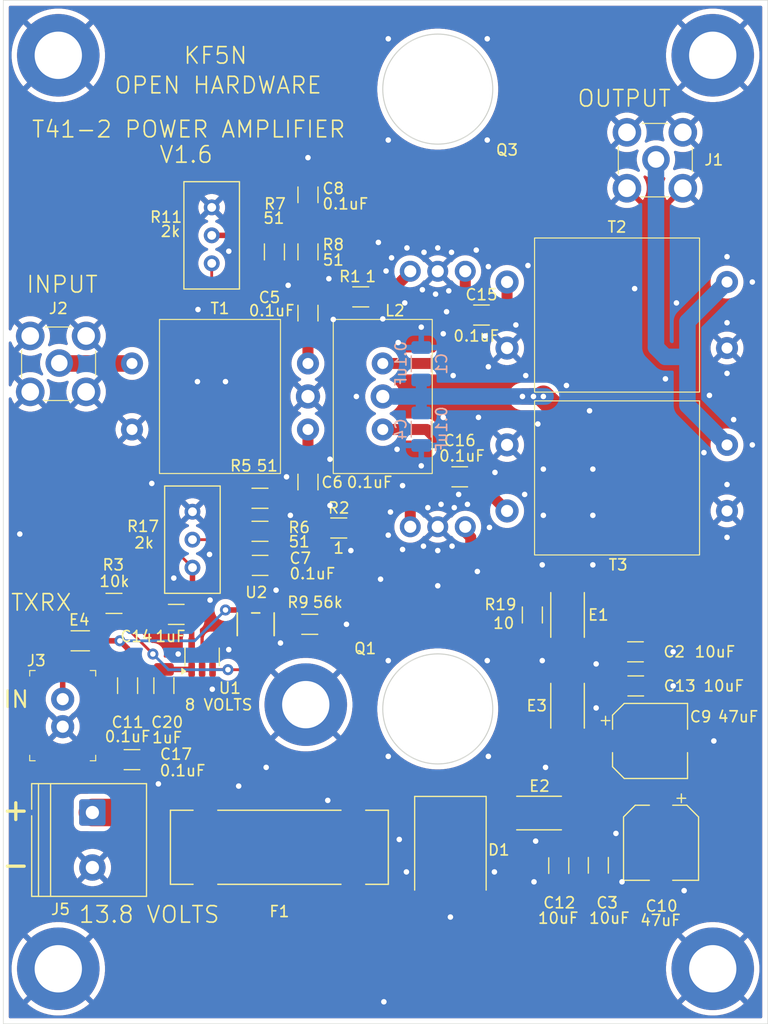
<source format=kicad_pcb>
(kicad_pcb (version 20241229) (generator "pcbnew") (generator_version "9.0")
  (title_block (title "T41-2 Power Amplifier") (date "2025-05-31") (rev "1.6"))
  (layers (0 "F.Cu" jumper) (2 "B.Cu" signal) (5 "F.SilkS" user "F.Silkscreen") (7 "B.SilkS" user "B.Silkscreen") (1 "F.Mask" user) (3 "B.Mask" user) (25 "Edge.Cuts" user))
  (net 0 "")
  (net 1 "/12V_PA")
  (net 2 "GND")
  (net 3 "Net-(Q3-D)")
  (net 4 "Net-(Q1-D)")
  (net 5 "Net-(T1-SB)")
  (net 6 "Net-(C5-Pad1)")
  (net 7 "Net-(T1-SA)")
  (net 8 "Net-(C6-Pad1)")
  (net 9 "Net-(C7-Pad1)")
  (net 10 "Net-(C8-Pad2)")
  (net 11 "/12V_FIL")
  (net 12 "/TXRX")
  (net 13 "/8V")
  (net 14 "Net-(T1-AA)")
  (net 15 "Net-(D1-K)")
  (net 16 "Net-(E4-Pad1)")
  (net 17 "Net-(J5-Pin_1)")
  (net 18 "Net-(T2-SB)")
  (net 19 "Net-(C13-Pad1)")
  (net 20 "Net-(Q1-G)")
  (net 21 "Net-(Q3-G)")
  (net 23 "Net-(T2-AA)")
  (net 24 "Net-(T3-AB)")
  (net 25 "Net-(U1-~{SHDN})")
  (net 26 "Net-(U2-SET)")
  (footprint "Resistor_SMD:R_1206_3216Metric" (layer "F.Cu") (at 163.6 109.85 90)
    (property "Reference" "R19")
    (property "Value" "10")
  )
  (footprint "Package_TO_SOT_SMD:SOT-23-5" (layer "F.Cu") (at 133.575 113.6625 90)
    (property "Reference" "U1")
    (property "Value" "MCP1802x-xx02xOT" (hide yes))
  )
  (footprint "Capacitor_SMD:C_1206_3216Metric" (layer "F.Cu") (at 130.1 116.275 -90)
    (property "Reference" "C20")
    (property "Value" "1uF")
  )
  (footprint "Capacitor_SMD:CP_Elec_6.3x5.7" (layer "F.Cu") (at 174.3 121.3)
    (property "Reference" "C9")
    (property "Value" "47uF")
  )
  (footprint "Potentiometer_THT:Potentiometer_Bourns_3296W_Vertical" (layer "F.Cu") (at 134.45 77.9 -90)
    (property "Reference" "R11")
    (property "Value" "2k")
  )
  (footprint "Resistor_SMD:R_1206_3216Metric" (layer "F.Cu") (at 143.2 76.8625 90)
    (property "Reference" "R8")
    (property "Value" "51")
  )
  (footprint "Capacitor_SMD:C_1206_3216Metric" (layer "F.Cu") (at 143.2 71.675 -90)
    (property "Reference" "C8")
    (property "Value" "0.1uF")
  )
  (footprint "Binocular_Core:BN-43-302" (layer "F.Cu") (at 135.2 90)
    (property "Reference" "T1")
    (property "Value" "Transformer_1P_SS" (hide yes))
  )
  (footprint "Capacitor_SMD:C_1206_3216Metric" (layer "F.Cu") (at 131.225 109.8 180)
    (property "Reference" "C14")
    (property "Value" "1uF")
  )
  (footprint "Resistor_SMD:R_1206_3216Metric" (layer "F.Cu") (at 143.3625 110.7 180)
    (property "Reference" "R9")
    (property "Value" "56k")
  )
  (footprint "Resistor_SMD:R_1206_3216Metric" (layer "F.Cu") (at 138.8375 102.25)
    (property "Reference" "R6")
    (property "Value" "51")
  )
  (footprint "Capacitor_SMD:C_1206_3216Metric" (layer "F.Cu") (at 143.2 97.775 90)
    (property "Reference" "C6")
    (property "Value" "0.1uF")
  )
  (footprint "Diode_SMD:D_SMC" (layer "F.Cu") (at 156.15 131.25 -90)
    (property "Reference" "D1")
    (property "Value" "Z3SMCxxx" (hide yes))
  )
  (footprint "3587TR:FUSE_3587TR" (layer "F.Cu") (at 140.6 130.96)
    (property "Reference" "F1")
    (property "Value" "3587TR" (hide yes))
  )
  (footprint "Capacitor_SMD:C_1206_3216Metric" (layer "F.Cu") (at 138.85 105.35)
    (property "Reference" "C7")
    (property "Value" "0.1uF")
  )
  (footprint "Capacitor_SMD:CP_Elec_6.3x5.7" (layer "F.Cu") (at 175.3 130.55 -90)
    (property "Reference" "C10")
    (property "Value" "47uF")
  )
  (footprint "TO-220_RF:TO-220_RF_Flat_Through_Hole" (layer "F.Cu") (at 155 67.5715 90)
    (property "Reference" "Q3")
    (property "Value" "Q_NMOS_GSD" (hide yes))
    (fp_circle (center 5.5 0) (end 10.5 0) (stroke (width 0.1)) (fill no) (layer "Edge.Cuts"))
  )
  (footprint "MountingHole:MountingHole_4.3mm_M4_DIN965_Pad" (layer "F.Cu") (at 180 59)
    (property "Reference" "H4" (hide yes))
    (property "Value" "MountingHole_Pad" (hide yes))
  )
  (footprint "footprints:SOT-23-5_MC_MCH" (layer "F.Cu") (at 138.450001 110.6954 90)
    (property "Reference" "U2")
    (property "Value" "MCP9509CT-E/OT" (hide yes))
  )
  (footprint "Capacitor_SMD:C_1206_3216Metric" (layer "F.Cu") (at 172.975 113.2)
    (property "Reference" "C2")
    (property "Value" "10uF")
  )
  (footprint "Binocular_Core:BN-43-202" (layer "F.Cu") (at 171.3 97.4)
    (property "Reference" "T3")
    (property "Value" "Transformer_1P_1S" (hide yes))
  )
  (footprint "Capacitor_SMD:C_1206_3216Metric" (layer "F.Cu") (at 127.2 123)
    (property "Reference" "C17")
    (property "Value" "0.1uF")
  )
  (footprint "Potentiometer_THT:Potentiometer_Bourns_3296W_Vertical" (layer "F.Cu") (at 132.7 105.55 -90)
    (property "Reference" "R17")
    (property "Value" "2k")
  )
  (footprint "28F0121_0SR_10:FB_28F0121-0SR-10" (layer "F.Cu") (at 166.8 109.85 90)
    (property "Reference" "E1")
    (property "Value" "28F0121-0SR-10" (hide yes))
  )
  (footprint "Capacitor_SMD:C_1206_3216Metric" (layer "F.Cu") (at 126.8 116.275 90)
    (property "Reference" "C11")
    (property "Value" "0.1uF")
  )
  (footprint "Binocular_Core:BN-43-202" (layer "F.Cu") (at 171.3 82.6)
    (property "Reference" "T2")
    (property "Value" "Transformer_1P_1S" (hide yes))
  )
  (footprint "MountingHole:MountingHole_4.3mm_M4_DIN965_Pad" (layer "F.Cu") (at 120.5 59)
    (property "Reference" "H1" (hide yes))
    (property "Value" "MountingHole_Pad" (hide yes))
  )
  (footprint "MountingHole:MountingHole_4.3mm_M4_DIN965_Pad" (layer "F.Cu") (at 180 142)
    (property "Reference" "H3" (hide yes))
    (property "Value" "MountingHole_Pad" (hide yes))
  )
  (footprint "Capacitor_SMD:C_1206_3216Metric" (layer "F.Cu") (at 173 116.3)
    (property "Reference" "C13")
    (property "Value" "10uF")
  )
  (footprint "digikey-footprints:RF_SMA_Vertical_5-1814832-1" (layer "F.Cu") (at 174.74 68.54)
    (property "Reference" "J1")
    (property "Value" "5-1814832-1" (hide yes))
  )
  (footprint "Resistor_SMD:R_1206_3216Metric" (layer "F.Cu") (at 148 80.95)
    (property "Reference" "R1")
    (property "Value" "1")
  )
  (footprint "TO-220_RF:TO-220_RF_Flat_Through_Hole" (layer "F.Cu") (at 155 112.8875 -90)
    (property "Reference" "Q1")
    (property "Value" "Q_NMOS_GSD" (hide yes))
    (fp_circle (center 5.5 0) (end 10.5 0) (stroke (width 0.1)) (fill no) (layer "Edge.Cuts"))
  )
  (footprint "28F0121_0SR_10:FB_28F0121-0SR-10" (layer "F.Cu") (at 164.21 127.85)
    (property "Reference" "E2")
    (property "Value" "28F0121-0SR-10" (hide yes))
  )
  (footprint "TerminalBlock_Philmore:TerminalBlock_Philmore_TB132_1x02_P5.00mm_Horizontal" (layer "F.Cu") (at 123.6 127.8 -90)
    (property "Reference" "J5")
    (property "Value" "Screw_Terminal_01x02" (hide yes))
  )
  (footprint "digikey-footprints:RF_SMA_Vertical_5-1814832-1" (layer "F.Cu") (at 120.49 87.04)
    (property "Reference" "J2")
    (property "Value" "5-1814832-1" (hide yes))
  )
  (footprint "digikey-footprints:PinHeader_1x2_P2.5mm_Drill1.1mm" (layer "F.Cu") (at 120.9 117.5 -90)
    (property "Reference" "J3")
    (property "Value" "B2B-XH-A_LF__SN_" (hide yes))
  )
  (footprint "Inductor_SMD:L_1206_3216Metric" (layer "F.Cu") (at 122.5 112.2)
    (property "Reference" "E4")
    (property "Value" "FerriteBead_Small" (hide yes))
  )
  (footprint "28F0121_0SR_10:FB_28F0121-0SR-10" (layer "F.Cu") (at 166.8 118.1 90)
    (property "Reference" "E3")
    (property "Value" "28F0121-0SR-10" (hide yes))
  )
  (footprint "Resistor_SMD:R_1206_3216Metric" (layer "F.Cu") (at 138.8375 99.25)
    (property "Reference" "R5")
    (property "Value" "51")
  )
  (footprint "MountingHole:MountingHole_4.3mm_M4_DIN965_Pad" (layer "F.Cu") (at 120.5 142)
    (property "Reference" "H2" (hide yes))
    (property "Value" "MountingHole_Pad" (hide yes))
  )
  (footprint "Capacitor_SMD:C_1206_3216Metric" (layer "F.Cu") (at 169.6 132.6 -90)
    (property "Reference" "C3")
    (property "Value" "10uF")
  )
  (footprint "Capacitor_SMD:C_1206_3216Metric" (layer "F.Cu") (at 166 132.625 -90)
    (property "Reference" "C12")
    (property "Value" "10uF")
  )
  (footprint "Capacitor_SMD:C_1206_3216Metric" (layer "F.Cu") (at 143.2 82.425 -90)
    (property "Reference" "C5")
    (property "Value" "0.1uF")
  )
  (footprint "Resistor_SMD:R_1206_3216Metric" (layer "F.Cu") (at 125.5625 108.8)
    (property "Reference" "R3")
    (property "Value" "10k")
  )
  (footprint "Resistor_SMD:R_1206_3216Metric" (layer "F.Cu") (at 140.15 76.8625 90)
    (property "Reference" "R7")
    (property "Value" "51")
  )
  (footprint "MountingHole:MountingHole_4.3mm_M4_DIN965_Pad" (layer "F.Cu") (at 143 118)
    (property "Reference" "H5" (hide yes))
    (property "Value" "MountingHole_Pad" (hide yes))
  )
  (footprint "Binocular_Core:BN-43-202_VERTICAL" (layer "F.Cu") (at 150 90)
    (property "Reference" "L2")
    (property "Value" "~")
  )
  (footprint "Resistor_SMD:R_1206_3216Metric" (layer "F.Cu") (at 146 101.95)
    (property "Reference" "R2")
    (property "Value" "1")
  )
  (footprint "Capacitor_SMD:C_1206_3216Metric" (layer "F.Cu") (at 158.975 82.6)
    (property "Reference" "C15")
    (property "Value" "0.1uF")
  )
  (footprint "Capacitor_SMD:C_1206_3216Metric" (layer "F.Cu") (at 157 97.3)
    (property "Reference" "C16")
    (property "Value" "0.1uF")
  )
  (footprint "Capacitor_SMD:C_1206_3216Metric" (layer "B.Cu") (at 153.5 92.975 -90)
    (property "Reference" "C4")
    (property "Value" "0.1uF")
  )
  (footprint "Capacitor_SMD:C_1206_3216Metric" (layer "B.Cu") (at 153.5 87.025 90)
    (property "Reference" "C1")
    (property "Value" "0.1uF")
  )
  (gr_rect (start 115.5 54) (end 185 147) (stroke (width 0.05)) (fill no) (layer "Edge.Cuts"))
  (gr_text "OUTPUT" (at 167.6 63.8 0) (layer "F.SilkS") (effects (font (size 1.5 1.5)) (justify left bottom)))
  (gr_text "+" (at 115.2 128.7 0) (layer "F.SilkS") (effects (font (size 2 2) (thickness 0.3)) (justify left bottom)))
  (gr_text "13.8 VOLTS" (at 122.275 137.95 0) (layer "F.SilkS") (effects (font (size 1.5 1.5)) (justify left bottom)))
  (gr_text "-" (at 115.2 133.7 0) (layer "F.SilkS") (effects (font (size 2 2) (thickness 0.3)) (justify left bottom)))
  (gr_text "8 VOLTS" (at 131.9 118.6 0) (layer "F.SilkS") (effects (font (size 1 1)) (justify left bottom)))
  (gr_text "INPUT" (at 117.5 80.7 0) (layer "F.SilkS") (effects (font (size 1.5 1.5)) (justify left bottom)))
  (gr_text "OPEN HARDWARE" (at 125.5 62.6 0) (layer "F.SilkS") (effects (font (size 1.5 1.5)) (justify left bottom)))
  (gr_text "KF5N" (at 131.8 59.9 0) (layer "F.SilkS") (effects (font (size 1.5 1.5)) (justify left bottom)))
  (gr_text "IN" (at 115.4 118.4 0) (layer "F.SilkS") (effects (font (size 1.5 1.5) (thickness 0.2)) (justify left bottom)))
  (gr_text "V1.6" (at 129.6 68.9 0) (layer "F.SilkS") (effects (font (size 1.5 1.5)) (justify left bottom)))
  (gr_text "T41-2 POWER AMPLIFIER" (at 118 66.6 0) (layer "F.SilkS") (effects (font (size 1.5 1.5)) (justify left bottom)))
  (gr_text "TXRX" (at 116.1 109.6 0) (layer "F.SilkS") (effects (font (size 1.5 1.5)) (justify left bottom)))
  (segment (start 163.4 90) (end 164.6 90) (width 1.5) (layer "F.Cu") (net 1))
  (segment (start 166.8 108.06) (end 166.8 92.2) (width 2) (layer "F.Cu") (net 1))
  (segment (start 164.8 90) (end 163.65 90) (width 1.5) (layer "F.Cu") (net 1))
  (segment (start 167.0775 108.3375) (end 166.8 108.06) (width 0.5) (layer "F.Cu") (net 1))
  (segment (start 163.6 108.3875) (end 166.4725 108.3875) (width 0.75) (layer "F.Cu") (net 1))
  (segment (start 166.4725 108.3875) (end 166.8 108.06) (width 0.75) (layer "F.Cu") (net 1))
  (segment (start 164.6 90) (end 166.8 92.2) (width 2) (layer "F.Cu") (net 1))
  (segment (start 162.7 90) (end 163.65 90) (width 1.5) (layer "F.Cu") (net 1))
  (via (at 163.7 90) (size 1) (drill 0.5) (layers "F.Cu" "B.Cu") (net 1))
  (via (at 164.6 90) (size 1) (drill 0.5) (layers "F.Cu" "B.Cu") (net 1))
  (via (at 162.7 90) (size 1) (drill 0.5) (layers "F.Cu" "B.Cu") (net 1))
  (segment (start 163.65 90) (end 164.8 90) (width 1.5) (layer "B.Cu") (net 1))
  (segment (start 153.5 91.5) (end 153.5 90) (width 1) (layer "B.Cu") (net 1))
  (segment (start 151 90) (end 153.5 90) (width 1.5) (layer "B.Cu") (net 1))
  (segment (start 153.5 88.5) (end 153.5 90) (width 1) (layer "B.Cu") (net 1))
  (segment (start 154.25 90) (end 163.65 90) (width 1.5) (layer "B.Cu") (net 1))
  (segment (start 163.4 90) (end 164.6 90) (width 1.5) (layer "B.Cu") (net 1))
  (segment (start 153.5 90) (end 154.25 90) (width 1.5) (layer "B.Cu") (net 1))
  (via (at 164.6 100.8) (size 1) (drill 0.5) (layers "F.Cu" "B.Cu") (net 2))
  (via (at 146.7 110.7) (size 1) (drill 0.5) (layers "F.Cu" "B.Cu") (net 2))
  (via (at 150.5 122.7) (size 1) (drill 0.5) (layers "F.Cu" "B.Cu") (net 2))
  (via (at 151.4 85.1) (size 1) (drill 0.5) (layers "F.Cu" "B.Cu") (net 2))
  (via (at 155.3 99.8) (size 1) (drill 0.5) (layers "F.Cu" "B.Cu") (net 2))
  (via (at 158.5 76.7) (size 1) (drill 0.5) (layers "F.Cu" "B.Cu") (net 2))
  (via (at 145.1 79.3) (size 1) (drill 0.5) (layers "F.Cu" "B.Cu") (net 2))
  (via (at 164.5 114) (size 1) (drill 0.5) (layers "F.Cu" "B.Cu") (net 2))
  (via (at 155 107.2) (size 1) (drill 0.5) (layers "F.Cu" "B.Cu") (net 2))
  (via (at 181.9 92.1) (size 1) (drill 0.5) (layers "F.Cu" "B.Cu") (net 2))
  (via (at 179.7 89.9) (size 1) (drill 0.5) (layers "F.Cu" "B.Cu") (net 2))
  (via (at 150.7 100.5) (size 1) (drill 0.5) (layers "F.Cu" "B.Cu") (net 2))
  (via (at 169.4 118.3) (size 1) (drill 0.5) (layers "F.Cu" "B.Cu") (net 2))
  (via (at 155.8 82.3) (size 1) (drill 0.5) (layers "F.Cu" "B.Cu") (net 2))
  (via (at 150 82.95) (size 1) (drill 0.5) (layers "F.Cu" "B.Cu") (net 2))
  (via (at 156 80.4) (size 1) (drill 0.5) (layers "F.Cu" "B.Cu") (net 2))
  (via (at 163.75 134.1) (size 1) (drill 0.5) (layers "F.Cu" "B.Cu") (net 2))
  (via (at 163.2 78.1) (size 1) (drill 0.5) (layers "F.Cu" "B.Cu") (net 2))
  (via (at 181.3 77.3) (size 1) (drill 0.5) (layers "F.Cu" "B.Cu") (net 2))
  (via (at 150.5 66.7) (size 1) (drill 0.5) (layers "F.Cu" "B.Cu") (net 2))
  (via (at 155 104) (size 1) (drill 0.5) (layers "F.Cu" "B.Cu") (net 2))
  (via (at 181.3 98) (size 1) (drill 0.5) (layers "F.Cu" "B.Cu") (net 2))
  (via (at 164.5 105.3) (size 1) (drill 0.5) (layers "F.Cu" "B.Cu") (net 2))
  (via (at 157.7 99.8) (size 1) (drill 0.5) (layers "F.Cu" "B.Cu") (net 2))
  (via (at 151.8 98.1) (size 1) (drill 0.5) (layers "F.Cu" "B.Cu") (net 2))
  (via (at 150.5 102.6) (size 1) (drill 0.5) (layers "F.Cu" "B.Cu") (net 2))
  (via (at 149.8 106.6) (size 1) (drill 0.5) (layers "F.Cu" "B.Cu") (net 2))
  (via (at 153.6 80.3) (size 1) (drill 0.5) (layers "F.Cu" "B.Cu") (net 2))
  (via (at 159.5 114) (size 1) (drill 0.5) (layers "F.Cu" "B.Cu") (net 2))
  (via (at 172.9 80.2) (size 1) (drill 0.5) (layers "F.Cu" "B.Cu") (net 2))
  (via (at 140.7 112.4) (size 1) (drill 0.5) (layers "F.Cu" "B.Cu") (net 2))
  (via (at 164.1 92.5) (size 1) (drill 0.5) (layers "F.Cu" "B.Cu") (net 2))
  (via (at 134.25 104.35) (size 1) (drill 0.5) (layers "F.Cu" "B.Cu") (net 2))
  (via (at 134.3 108.5) (size 1) (drill 0.5) (layers "F.Cu" "B.Cu") (net 2))
  (via (at 141.4 79.9) (size 1) (drill 0.5) (layers "F.Cu" "B.Cu") (net 2))
  (via (at 133.15 88.65) (size 1) (drill 0.5) (layers "F.Cu" "B.Cu") (net 2))
  (via (at 159.7 101.9) (size 1) (drill 0.5) (layers "F.Cu" "B.Cu") (net 2))
  (via (at 176.4 116.3) (size 1) (drill 0.5) (layers "F.Cu" "B.Cu") (net 2))
  (via (at 154.8 80.7) (size 1) (drill 0.5) (layers "F.Cu" "B.Cu") (net 2))
  (via (at 164.6 96.6) (size 1) (drill 0.5) (layers "F.Cu" "B.Cu") (net 2))
  (via (at 169.1 100.8) (size 1) (drill 0.5) (layers "F.Cu" "B.Cu") (net 2))
  (via (at 143.2 68.3) (size 1) (drill 0.5) (layers "F.Cu" "B.Cu") (net 2))
  (via (at 153.5 83.7) (size 1) (drill 0.5) (layers "F.Cu" "B.Cu") (net 2))
  (via (at 159.6 87.3) (size 1) (drill 0.5) (layers "F.Cu" "B.Cu") (net 2))
  (via (at 153.7 103.6) (size 1) (drill 0.5) (layers "F.Cu" "B.Cu") (net 2))
  (via (at 149.6 76) (size 1) (drill 0.5) (layers "F.Cu" "B.Cu") (net 2))
  (via (at 153.5 96.3) (size 1) (drill 0.5) (layers "F.Cu" "B.Cu") (net 2))
  (via (at 168.8 91.3) (size 1) (drill 0.5) (layers "F.Cu" "B.Cu") (net 2))
  (via (at 145.2 95.7) (size 1) (drill 0.5) (layers "F.Cu" "B.Cu") (net 2))
  (via (at 147.6 90) (size 1) (drill 0.5) (layers "F.Cu" "B.Cu") (net 2))
  (via (at 159.5 66.7) (size 1) (drill 0.5) (layers "F.Cu" "B.Cu") (net 2))
  (via (at 156.15 137.3) (size 1) (drill 0.5) (layers "F.Cu" "B.Cu") (net 2))
  (via (at 150.8 77.4) (size 1) (drill 0.5) (layers "F.Cu" "B.Cu") (net 2))
  (via (at 162.1 83.5) (size 1) (drill 0.5) (layers "F.Cu" "B.Cu") (net 2))
  (via (at 156.9 98.9) (size 1) (drill 0.5) (layers "F.Cu" "B.Cu") (net 2))
  (via (at 141.6 100.8) (size 1) (drill 0.5) (layers "F.Cu" "B.Cu") (net 2))
  (via (at 133.2 82.1) (size 1) (drill 0.5) (layers "F.Cu" "B.Cu") (net 2))
  (via (at 151.5 130.25) (size 1) (drill 0.5) (layers "F.Cu" "B.Cu") (net 2))
  (via (at 160.15 133.2) (size 1) (drill 0.5) (layers "F.Cu" "B.Cu") (net 2))
  (via (at 162.9 98.9) (size 1) (drill 0.5) (layers "F.Cu" "B.Cu") (net 2))
  (via (at 139.4 123.7) (size 1) (drill 0.5) (layers "F.Cu" "B.Cu") (net 2))
  (via (at 158.6 105.9) (size 1) (drill 0.5) (layers "F.Cu" "B.Cu") (net 2))
  (via (at 129.6 125.2) (size 1) (drill 0.5) (layers "F.Cu" "B.Cu") (net 2))
  (via (at 145 126.7) (size 1) (drill 0.5) (layers "F.Cu" "B.Cu") (net 2))
  (via (at 176.7 81.5) (size 1) (drill 0.5) (layers "F.Cu" "B.Cu") (net 2))
  (via (at 136.9 125.4) (size 1) (drill 0.5) (layers "F.Cu" "B.Cu") (net 2))
  (via (at 145.2 99.9) (size 1) (drill 0.5) (layers "F.Cu" "B.Cu") (net 2))
  (via (at 145.5 83) (size 1) (drill 0.5) (layers "F.Cu" "B.Cu") (net 2))
  (via (at 158.7 91.9) (size 1) (drill 0.5) (layers "F.Cu" "B.Cu") (net 2))
  (via (at 155 76.5) (size 1) (drill 0.5) (layers "F.Cu" "B.Cu") (net 2))
  (via (at 150.5 114) (size 1) (drill 0.5) (layers "F.Cu" "B.Cu") (net 2))
  (via (at 140.3 107.6) (size 1) (drill 0.5) (layers "F.Cu" "B.Cu") (net 2))
  (via (at 136 113) (size 1) (drill 0.5) (layers "F.Cu" "B.Cu") (net 2))
  (via (at 179.2 95.1) (size 1) (drill 0.5) (layers "F.Cu" "B.Cu") (net 2))
  (via (at 163 88.1) (size 1) (drill 0.5) (layers "F.Cu" "B.Cu") (net 2))
  (via (at 171.75 134.1) (size 1) (drill 0.5) (layers "F.Cu" "B.Cu") (net 2))
  (via (at 181.3 102.8) (size 1) (drill 0.5) (layers "F.Cu" "B.Cu") (net 2))
  (via (at 177.4 134.9) (size 1) (drill 0.5) (layers "F.Cu" "B.Cu") (net 2))
  (via (at 160.2 96.9) (size 1) (drill 0.5) (layers "F.Cu" "B.Cu") (net 2))
  (via (at 131.4 113.4) (size 1) (drill 0.5) (layers "F.Cu" "B.Cu") (net 2))
  (via (at 175.7 88.4) (size 1) (drill 0.5) (layers "F.Cu" "B.Cu") (net 2))
  (via (at 152.15 133.2) (size 1) (drill 0.5) (layers "F.Cu" "B.Cu") (net 2))
  (via (at 156.3 103.6) (size 1) (drill 0.5) (layers "F.Cu" "B.Cu") (net 2))
  (via (at 163.9 130.4) (size 1) (drill 0.5) (layers "F.Cu" "B.Cu") (net 2))
  (via (at 159.3 84.5) (size 1) (drill 0.5) (layers "F.Cu" "B.Cu") (net 2))
  (via (at 151.3 94.8) (size 1) (drill 0.5) (layers "F.Cu" "B.Cu") (net 2))
  (via (at 156.4 88.1) (size 1) (drill 0.5) (layers "F.Cu" "B.Cu") (net 2))
  (via (at 181.3 83.3) (size 1) (drill 0.5) (layers "F.Cu" "B.Cu") (net 2))
  (via (at 150.3 78.6) (size 1) (drill 0.5) (layers "F.Cu" "B.Cu") (net 2))
  (via (at 134.5 116.6) (size 1) (drill 0.5) (layers "F.Cu" "B.Cu") (net 2))
  (via (at 159.6 78.2) (size 1) (drill 0.5) (layers "F.Cu" "B.Cu") (net 2))
  (via (at 135.7 88.65) (size 1) (drill 0.5) (layers "F.Cu" "B.Cu") (net 2))
  (via (at 117 102.5) (size 1) (drill 0.5) (layers "F.Cu" "B.Cu") (net 2))
  (via (at 129 97.9) (size 1) (drill 0.5) (layers "F.Cu" "B.Cu") (net 2))
  (via (at 150.5 57.5) (size 1) (drill 0.5) (layers "F.Cu" "B.Cu") (net 2))
  (via (at 155.5 91.9) (size 1) (drill 0.5) (layers "F.Cu" "B.Cu") (net 2))
  (via (at 176.4 113.2) (size 1) (drill 0.5) (layers "F.Cu" "B.Cu") (net 2))
  (via (at 159.5 57.5) (size 1) (drill 0.5) (layers "F.Cu" "B.Cu") (net 2))
  (via (at 156.5 100.1) (size 1) (drill 0.5) (layers "F.Cu" "B.Cu") (net 2))
  (via (at 183.6 79.6) (size 1) (drill 0.5) (layers "F.Cu" "B.Cu") (net 2))
  (via (at 169.1 105.3) (size 1) (drill 0.5) (layers "F.Cu" "B.Cu") (net 2))
  (via (at 136 76.8) (size 1) (drill 0.5) (layers "F.Cu" "B.Cu") (net 2))
  (via (at 153.75 76.9) (size 1) (drill 0.5) (layers "F.Cu" "B.Cu") (net 2))
  (via (at 151.8 103.9) (size 1) (drill 0.5) (layers "F.Cu" "B.Cu") (net 2))
  (via (at 164.8 123.7) (size 1) (drill 0.5) (layers "F.Cu" "B.Cu") (net 2))
  (via (at 131 106.5) (size 1) (drill 0.5) (layers "F.Cu" "B.Cu") (net 2))
  (via (at 150.1 145) (size 1) (drill 0.5) (layers "F.Cu" "B.Cu") (net 2))
  (via (at 147.1 104) (size 1) (drill 0.5) (layers "F.Cu" "B.Cu") (net 2))
  (via (at 183.6 94.4) (size 1) (drill 0.5) (layers "F.Cu" "B.Cu") (net 2))
  (via (at 181.3 87.9) (size 1) (drill 0.5) (layers "F.Cu" "B.Cu") (net 2))
  (via (at 169.1 96.6) (size 1) (drill 0.5) (layers "F.Cu" "B.Cu") (net 2))
  (via (at 156.25 76.9) (size 1) (drill 0.5) (layers "F.Cu" "B.Cu") (net 2))
  (via (at 155.5 84.3) (size 1) (drill 0.5) (layers "F.Cu" "B.Cu") (net 2))
  (via (at 141.25 97.3) (size 1) (drill 0.5) (layers "F.Cu" "B.Cu") (net 2))
  (via (at 166.7 89) (size 1) (drill 0.5) (layers "F.Cu" "B.Cu") (net 2))
  (via (at 159.6 122.7) (size 1) (drill 0.5) (layers "F.Cu" "B.Cu") (net 2))
  (via (at 171.2 129.7) (size 1) (drill 0.5) (layers "F.Cu" "B.Cu") (net 2))
  (via (at 180.1 121.3) (size 1) (drill 0.5) (layers "F.Cu" "B.Cu") (net 2))
  (via (at 169.4 114.3) (size 1) (drill 0.5) (layers "F.Cu" "B.Cu") (net 2))
  (via (at 152.2 76.5) (size 1) (drill 0.5) (layers "F.Cu" "B.Cu") (net 2))
  (via (at 154.1 100.1) (size 1) (drill 0.5) (layers "F.Cu" "B.Cu") (net 2))
  (via (at 152 81.5) (size 1) (drill 0.5) (layers "F.Cu" "B.Cu") (net 2))
  (segment (start 151 87) (end 155.1 87) (width 1) (layer "F.Cu") (net 3))
  (segment (start 157.5 84.6) (end 155.1 87) (width 1) (layer "F.Cu") (net 3))
  (segment (start 157.5 78.6215) (end 157.5 82.6) (width 1) (layer "F.Cu") (net 3))
  (segment (start 157.5 82.6) (end 157.5 84.6) (width 1) (layer "F.Cu") (net 3))
  (segment (start 152.5 99.6) (end 154.1 98) (width 1) (layer "F.Cu") (net 4))
  (segment (start 154.825 98) (end 155.525 97.3) (width 1) (layer "F.Cu") (net 4))
  (segment (start 151 93) (end 154 93) (width 1) (layer "F.Cu") (net 4))
  (segment (start 155.525 94.525) (end 154 93) (width 1) (layer "F.Cu") (net 4))
  (segment (start 154.1 98) (end 154.825 98) (width 1) (layer "F.Cu") (net 4))
  (segment (start 152.5 101.8375) (end 152.5 99.6) (width 1) (layer "F.Cu") (net 4))
  (segment (start 155.525 97.3) (end 155.525 94.525) (width 1) (layer "F.Cu") (net 4))
  (segment (start 143.2 87) (end 143.2 83.9) (width 1) (layer "F.Cu") (net 5))
  (segment (start 143.2 80.95) (end 147.025 80.95) (width 1) (layer "F.Cu") (net 6))
  (segment (start 143.2 78.325) (end 143.2 80.95) (width 0.5) (layer "F.Cu") (net 6))
  (segment (start 143.2 78.325) (end 140.15 78.325) (width 0.5) (layer "F.Cu") (net 6))
  (segment (start 143.2 96.3) (end 143.2 93) (width 1) (layer "F.Cu") (net 7))
  (segment (start 140.3 99.25) (end 140.3 102.25) (width 0.25) (layer "F.Cu") (net 8))
  (segment (start 140.3 99.25) (end 143.2 99.25) (width 0.25) (layer "F.Cu") (net 8))
  (segment (start 143.2 100.6125) (end 144.5375 101.95) (width 1) (layer "F.Cu") (net 8))
  (segment (start 143.2 99.25) (end 143.2 100.6125) (width 1) (layer "F.Cu") (net 8))
  (segment (start 132.7 103.01) (end 134.89 103.01) (width 0.25) (layer "F.Cu") (net 9))
  (segment (start 134.89 103.01) (end 135.65 102.25) (width 0.25) (layer "F.Cu") (net 9))
  (segment (start 135.65 102.25) (end 137.375 102.25) (width 0.25) (layer "F.Cu") (net 9))
  (segment (start 137.375 102.25) (end 137.375 99.25) (width 0.25) (layer "F.Cu") (net 9))
  (segment (start 137.375 105.35) (end 137.375 102.25) (width 0.75) (layer "F.Cu") (net 9))
  (segment (start 140.11 75.36) (end 140.15 75.4) (width 0.5) (layer "F.Cu") (net 10))
  (segment (start 134.45 75.36) (end 140.11 75.36) (width 0.5) (layer "F.Cu") (net 10))
  (segment (start 143.2 75.4) (end 140.15 75.4) (width 0.5) (layer "F.Cu") (net 10))
  (segment (start 143.2 73.15) (end 143.2 75.4) (width 0.75) (layer "F.Cu") (net 10))
  (segment (start 166 127.85) (end 166 131.15) (width 1) (layer "F.Cu") (net 11))
  (segment (start 132.6 114.825) (end 132.625 114.8) (width 0.25) (layer "F.Cu") (net 11))
  (segment (start 169.6 131.125) (end 169.6 127.85) (width 1) (layer "F.Cu") (net 11))
  (segment (start 138.6875 125.15) (end 132.625 119.0875) (width 0.5) (layer "F.Cu") (net 11))
  (segment (start 168.8 127.85) (end 169.6 127.85) (width 1.5) (layer "F.Cu") (net 11))
  (segment (start 166.8 124.3) (end 168.8 126.3) (width 1.5) (layer "F.Cu") (net 11))
  (segment (start 166 127.85) (end 168.8 127.85) (width 1.5) (layer "F.Cu") (net 11))
  (segment (start 169.6 127.85) (end 175.3 127.85) (width 1.5) (layer "F.Cu") (net 11))
  (segment (start 168.8 126.3) (end 168.8 127.85) (width 1.5) (layer "F.Cu") (net 11))
  (segment (start 132.625 119.0875) (end 132.625 114.8) (width 0.5) (layer "F.Cu") (net 11))
  (segment (start 130.1 114.8) (end 132.625 114.8) (width 0.5) (layer "F.Cu") (net 11))
  (segment (start 166 127.85) (end 166 126.4) (width 0.5) (layer "F.Cu") (net 11))
  (segment (start 166 126.4) (end 164.75 125.15) (width 0.5) (layer "F.Cu") (net 11))
  (segment (start 164.75 125.15) (end 138.6875 125.15) (width 0.5) (layer "F.Cu") (net 11))
  (segment (start 166.8 119.89) (end 166.8 124.3) (width 1.5) (layer "F.Cu") (net 11))
  (segment (start 124.075 112.2) (end 126.1 112.2) (width 0.5) (layer "F.Cu") (net 12))
  (segment (start 124.075 112.2) (end 124.075 108.825) (width 0.5) (layer "F.Cu") (net 12))
  (segment (start 126.8 112.9) (end 126.1 112.2) (width 0.5) (layer "F.Cu") (net 12))
  (segment (start 126.8 114.8) (end 126.8 112.9) (width 0.5) (layer "F.Cu") (net 12))
  (segment (start 137.5 109.4) (end 135.7 109.4) (width 0.5) (layer "F.Cu") (net 12))
  (segment (start 124.075 108.825) (end 124.1 108.8) (width 0.5) (layer "F.Cu") (net 12))
  (segment (start 137.5 109.4) (end 139.400002 109.4) (width 0.25) (layer "F.Cu") (net 12))
  (via (at 126.1 112.2) (size 1) (drill 0.5) (layers "F.Cu" "B.Cu") (net 12))
  (via (at 135.7 109.4) (size 1) (drill 0.5) (layers "F.Cu" "B.Cu") (net 12))
  (segment (start 135.7 109.4) (end 132.9 112.2) (width 0.25) (layer "B.Cu") (net 12))
  (segment (start 132.9 112.2) (end 126.1 112.2) (width 0.25) (layer "B.Cu") (net 12))
  (segment (start 132.625 112.525) (end 132.625 109.275) (width 0.5) (layer "F.Cu") (net 13))
  (segment (start 132.625 109.275) (end 132.7 109.2) (width 0.5) (layer "F.Cu") (net 13))
  (segment (start 134.45 77.9) (end 134.45 93.45) (width 0.25) (layer "F.Cu") (net 13))
  (segment (start 132.7 109.2) (end 132.7 105.55) (width 0.5) (layer "F.Cu") (net 13))
  (segment (start 130.35 103.2) (end 132.7 105.55) (width 0.25) (layer "F.Cu") (net 13))
  (segment (start 130.35 97.55) (end 130.35 103.2) (width 0.25) (layer "F.Cu") (net 13))
  (segment (start 134.45 93.45) (end 130.35 97.55) (width 0.25) (layer "F.Cu") (net 13))
  (segment (start 120.625 87) (end 120.59 86.965) (width 1) (layer "F.Cu") (net 14))
  (segment (start 127.2 87) (end 120.625 87) (width 1.5) (layer "F.Cu") (net 14))
  (segment (start 156.1 127.8) (end 156.15 127.85) (width 1) (layer "F.Cu") (net 15))
  (segment (start 156.15 127.85) (end 147.38 127.85) (width 2.5) (layer "F.Cu") (net 15))
  (segment (start 147.38 127.85) (end 147.33 127.8) (width 1) (layer "F.Cu") (net 15))
  (segment (start 156.15 127.85) (end 162.42 127.85) (width 1.5) (layer "F.Cu") (net 15))
  (segment (start 120.9 117.5) (end 120.9 112.225) (width 0.5) (layer "F.Cu") (net 16))
  (segment (start 120.9 112.225) (end 120.925 112.2) (width 0.5) (layer "F.Cu") (net 16))
  (segment (start 133.87 127.8) (end 125.7 127.8) (width 2.5) (layer "F.Cu") (net 17))
  (segment (start 125.725 127.775) (end 125.7 127.8) (width 1) (layer "F.Cu") (net 17))
  (segment (start 125.7 127.8) (end 123.6 127.8) (width 2.5) (layer "F.Cu") (net 17))
  (segment (start 125.725 123) (end 125.725 127.775) (width 1) (layer "F.Cu") (net 17))
  (segment (start 174.84 85.54) (end 175.7 86.4) (width 1.5) (layer "B.Cu") (net 18))
  (segment (start 177.7 83.2) (end 181.3 79.6) (width 1.5) (layer "B.Cu") (net 18))
  (segment (start 174.84 68.465) (end 174.84 85.54) (width 1.5) (layer "B.Cu") (net 18))
  (segment (start 177.7 86.4) (end 177.7 83.2) (width 1.5) (layer "B.Cu") (net 18))
  (segment (start 175.7 86.4) (end 177.7 86.4) (width 1.5) (layer "B.Cu") (net 18))
  (segment (start 181.3 94.4) (end 177.7 90.8) (width 1.5) (layer "B.Cu") (net 18))
  (segment (start 177.7 90.8) (end 177.7 86.4) (width 1.5) (layer "B.Cu") (net 18))
  (segment (start 167.1775 111.2625) (end 166.8 111.64) (width 0.5) (layer "F.Cu") (net 19))
  (segment (start 163.6 111.3125) (end 166.4725 111.3125) (width 0.75) (layer "F.Cu") (net 19))
  (segment (start 171.6 116.3) (end 171.562748 116.337252) (width 1.5) (layer "F.Cu") (net 19))
  (segment (start 171.525 116.3) (end 171.525 113.225) (width 1) (layer "F.Cu") (net 19))
  (segment (start 171.562748 116.337252) (end 171.562748 121.3) (width 1) (layer "F.Cu") (net 19))
  (segment (start 166.81 116.3) (end 166.8 116.31) (width 1.5) (layer "F.Cu") (net 19))
  (segment (start 166.8 116.31) (end 166.8 111.64) (width 2) (layer "F.Cu") (net 19))
  (segment (start 171.6 116.3) (end 166.81 116.3) (width 1) (layer "F.Cu") (net 19))
  (segment (start 171.525 113.225) (end 171.5 113.2) (width 1) (layer "F.Cu") (net 19))
  (segment (start 166.4725 111.3125) (end 166.8 111.64) (width 0.75) (layer "F.Cu") (net 19))
  (segment (start 171.55 116.35) (end 171.6 116.3) (width 0.75) (layer "F.Cu") (net 19))
  (segment (start 156.5 105.6) (end 153.25 105.6) (width 1) (layer "F.Cu") (net 20))
  (segment (start 151.1125 105.6) (end 153.25 105.6) (width 1) (layer "F.Cu") (net 20))
  (segment (start 157.5 102.3) (end 158 102.8) (width 1) (layer "F.Cu") (net 20))
  (segment (start 158 102.8) (end 158 104.1) (width 1) (layer "F.Cu") (net 20))
  (segment (start 157.5 101.8375) (end 157.5 102.3) (width 1) (layer "F.Cu") (net 20))
  (segment (start 158 104.1) (end 156.5 105.6) (width 1) (layer "F.Cu") (net 20))
  (segment (start 147.4625 101.95) (end 151.1125 105.6) (width 1) (layer "F.Cu") (net 20))
  (segment (start 152.5 78.698471) (end 152.5 78.6215) (width 1) (layer "F.Cu") (net 21))
  (segment (start 149.4625 80.95) (end 150.2115 80.201) (width 1) (layer "F.Cu") (net 21))
  (segment (start 150.997471 80.201) (end 152.5 78.698471) (width 1) (layer "F.Cu") (net 21))
  (segment (start 150.2115 80.201) (end 150.997471 80.201) (width 1) (layer "F.Cu") (net 21))
  (segment (start 161.3 79.6) (end 161.3 81.75) (width 1) (layer "F.Cu") (net 23))
  (segment (start 161.3 81.75) (end 160.45 82.6) (width 1) (layer "F.Cu") (net 23))
  (segment (start 158.475 97.575) (end 161.3 100.4) (width 1) (layer "F.Cu") (net 24))
  (segment (start 158.475 97.3) (end 158.475 97.575) (width 1) (layer "F.Cu") (net 24))
  (segment (start 137.975 114.825) (end 135.925 114.825) (width 0.25) (layer "F.Cu") (net 25))
  (segment (start 127.025 111.325) (end 129.1 113.4) (width 0.25) (layer "F.Cu") (net 25))
  (segment (start 135.95 114.8) (end 135.925 114.825) (width 0.5) (layer "F.Cu") (net 25))
  (segment (start 139.400002 113.399998) (end 137.975 114.825) (width 0.25) (layer "F.Cu") (net 25))
  (segment (start 135.9 114.8) (end 135.925 114.825) (width 0.25) (layer "F.Cu") (net 25))
  (segment (start 134.525 114.8) (end 135.9 114.8) (width 0.25) (layer "F.Cu") (net 25))
  (segment (start 127.025 108.8) (end 127.025 111.325) (width 0.25) (layer "F.Cu") (net 25))
  (segment (start 139.400002 111.9908) (end 139.400002 113.399998) (width 0.25) (layer "F.Cu") (net 25))
  (via (at 129.1 113.4) (size 1) (drill 0.5) (layers "F.Cu" "B.Cu") (net 25))
  (via (at 135.925 114.825) (size 1) (drill 0.5) (layers "F.Cu" "B.Cu") (net 25))
  (segment (start 130.5 114.825) (end 135.925 114.825) (width 0.25) (layer "B.Cu") (net 25))
  (segment (start 129.1 113.4) (end 130.5 114.8) (width 0.25) (layer "B.Cu") (net 25))
  (segment (start 130.5 114.8) (end 130.5 114.825) (width 0.25) (layer "B.Cu") (net 25))
  (segment (start 141.9 110.7) (end 137.7 110.7) (width 0.25) (layer "F.Cu") (net 26))
  (segment (start 137.7 110.7) (end 137.5 110.9) (width 0.25) (layer "F.Cu") (net 26))
  (segment (start 137.5 111.9908) (end 137.5 110.9) (width 0.25) (layer "F.Cu") (net 26))
  (zone (net 0) (net_name "") (layer "F.Cu") (connect_pads (clearance 0)) (min_thickness 0.25)
    (keepout (tracks not_allowed) (vias not_allowed) (pads not_allowed) (copperpour not_allowed) (footprints allowed))
    (fill (thermal_gap 0.5) (thermal_bridge_width 0.5))
    (polygon (pts (xy 129.19 115.563748) (xy 131.79 115.563748) (xy 131.79 116.980327) (xy 129.2 117)))
  )
  (zone (net 0) (net_name "") (layer "F.Cu") (connect_pads (clearance 0)) (min_thickness 0.25)
    (keepout (tracks not_allowed) (vias not_allowed) (pads not_allowed) (copperpour not_allowed) (footprints allowed))
    (fill (thermal_gap 0.5) (thermal_bridge_width 0.5))
    (polygon (pts (xy 131.936252 108.89) (xy 131.936252 110.71) (xy 130.513748 110.71) (xy 130.513748 108.89)))
  )
  (zone (net 0) (net_name "") (layer "F.Cu") (connect_pads (clearance 0)) (min_thickness 0.25)
    (keepout (tracks not_allowed) (vias not_allowed) (pads not_allowed) (copperpour not_allowed) (footprints allowed))
    (fill (thermal_gap 0.5) (thermal_bridge_width 0.5))
    (polygon (pts (xy 138.138748 104.44) (xy 139.561252 104.44) (xy 139.561252 106.26) (xy 138.138748 106.26)))
  )
  (zone (net 0) (net_name "") (layer "F.Cu") (connect_pads (clearance 0)) (min_thickness 0.25)
    (keepout (tracks not_allowed) (vias not_allowed) (pads not_allowed) (copperpour not_allowed) (footprints allowed))
    (fill (thermal_gap 0.5) (thermal_bridge_width 0.5))
    (polygon (pts (xy 162.69 109.122936) (xy 164.5 109.1) (xy 164.51 110.577064) (xy 162.69 110.577064)))
  )
  (zone (net 0) (net_name "") (layer "F.Cu") (connect_pads (clearance 0)) (min_thickness 0.25)
    (keepout (tracks not_allowed) (vias not_allowed) (pads not_allowed) (copperpour not_allowed) (footprints allowed))
    (fill (thermal_gap 0.5) (thermal_bridge_width 0.5))
    (polygon (pts (xy 129.22 116.986252) (xy 125.89 116.986252) (xy 125.89 115.563748) (xy 129.22 115.563748)))
  )
  (zone (net 0) (net_name "") (layer "F.Cu") (connect_pads (clearance 0)) (min_thickness 0.25)
    (keepout (tracks not_allowed) (vias not_allowed) (pads not_allowed) (copperpour not_allowed) (footprints allowed))
    (fill (thermal_gap 0.5) (thermal_bridge_width 0.5))
    (polygon (pts (xy 173.5 120) (xy 175 120) (xy 175 122.6) (xy 173.5 122.6)))
  )
  (zone (net 0) (net_name "") (layer "F.Cu") (connect_pads (clearance 0)) (min_thickness 0.25)
    (keepout (tracks not_allowed) (vias not_allowed) (pads not_allowed) (copperpour not_allowed) (footprints allowed))
    (fill (thermal_gap 0.5) (thermal_bridge_width 0.5))
    (polygon (pts (xy 165.09 131.913748) (xy 168.7 131.913748) (xy 168.7 133.336252) (xy 165.09 133.336252)))
  )
  (zone (net 0) (net_name "") (layer "F.Cu") (connect_pads (clearance 0)) (min_thickness 0.25)
    (keepout (tracks not_allowed) (vias not_allowed) (pads not_allowed) (copperpour not_allowed) (footprints allowed))
    (fill (thermal_gap 0.5) (thermal_bridge_width 0.5))
    (polygon (pts (xy 172.38875 117.209291) (xy 172.400002 112.299279) (xy 173.686252 112.29) (xy 173.7 117.2)))
  )
  (zone (net 0) (net_name "") (layer "F.Cu") (connect_pads (clearance 0)) (min_thickness 0.25)
    (keepout (tracks not_allowed) (vias not_allowed) (pads not_allowed) (copperpour not_allowed) (footprints allowed))
    (fill (thermal_gap 0.5) (thermal_bridge_width 0.5))
    (polygon (pts (xy 168.69 131.888748) (xy 170.51 131.888748) (xy 170.51 133.311252) (xy 168.69 133.311252)))
  )
  (zone (net 0) (net_name "") (layer "F.Cu") (connect_pads (clearance 0)) (min_thickness 0.25)
    (keepout (tracks not_allowed) (vias not_allowed) (pads not_allowed) (copperpour not_allowed) (footprints allowed))
    (fill (thermal_gap 0.5) (thermal_bridge_width 0.5))
    (polygon (pts (xy 174 131.3) (xy 176.6 131.3) (xy 176.6 129.8) (xy 174 129.8)))
  )
  (zone (net 0) (net_name "") (layer "F.Cu") (connect_pads (clearance 0)) (min_thickness 0.25)
    (keepout (tracks not_allowed) (vias not_allowed) (pads not_allowed) (copperpour not_allowed) (footprints allowed))
    (fill (thermal_gap 0.5) (thermal_bridge_width 0.5))
    (polygon (pts (xy 142.29 72.386252) (xy 142.29 70.963748) (xy 144.11 70.963748) (xy 144.11 72.386252)))
  )
  (zone (net 0) (net_name "") (layer "F.Cu") (connect_pads (clearance 0)) (min_thickness 0.25)
    (keepout (tracks not_allowed) (vias not_allowed) (pads not_allowed) (copperpour not_allowed) (footprints allowed))
    (fill (thermal_gap 0.5) (thermal_bridge_width 0.5))
    (polygon (pts (xy 159.2 129.6) (xy 159.2 133.15) (xy 153.05 133.15) (xy 153.05 129.6)))
  )
  (zone (net 2) (net_name "GND") (layers "F.Cu" "B.Cu") (connect_pads (clearance 0.5)) (min_thickness 0.25) (fill yes (thermal_gap 0.5) (thermal_bridge_width 0.5))
    (polygon (pts (xy 115.5 147) (xy 115.5 54) (xy 185 54) (xy 185 147)))
  )
  (zone (net 0) (net_name "") (layer "B.Cu") (connect_pads (clearance 0)) (min_thickness 0.25)
    (keepout (tracks not_allowed) (vias not_allowed) (pads not_allowed) (copperpour not_allowed) (footprints allowed))
    (fill (thermal_gap 0.5) (thermal_bridge_width 0.5))
    (polygon (pts (xy 152.64 87.736252) (xy 154.46 87.736252) (xy 154.46 86.313748) (xy 152.64 86.313748)))
  )
  (zone (net 0) (net_name "") (layer "B.Cu") (connect_pads (clearance 0)) (min_thickness 0.25)
    (keepout (tracks not_allowed) (vias not_allowed) (pads not_allowed) (copperpour not_allowed) (footprints allowed))
    (fill (thermal_gap 0.5) (thermal_bridge_width 0.5))
    (polygon (pts (xy 152.64 92.263748) (xy 154.46 92.263748) (xy 154.46 93.686252) (xy 152.64 93.686252)))
  )
)
</source>
